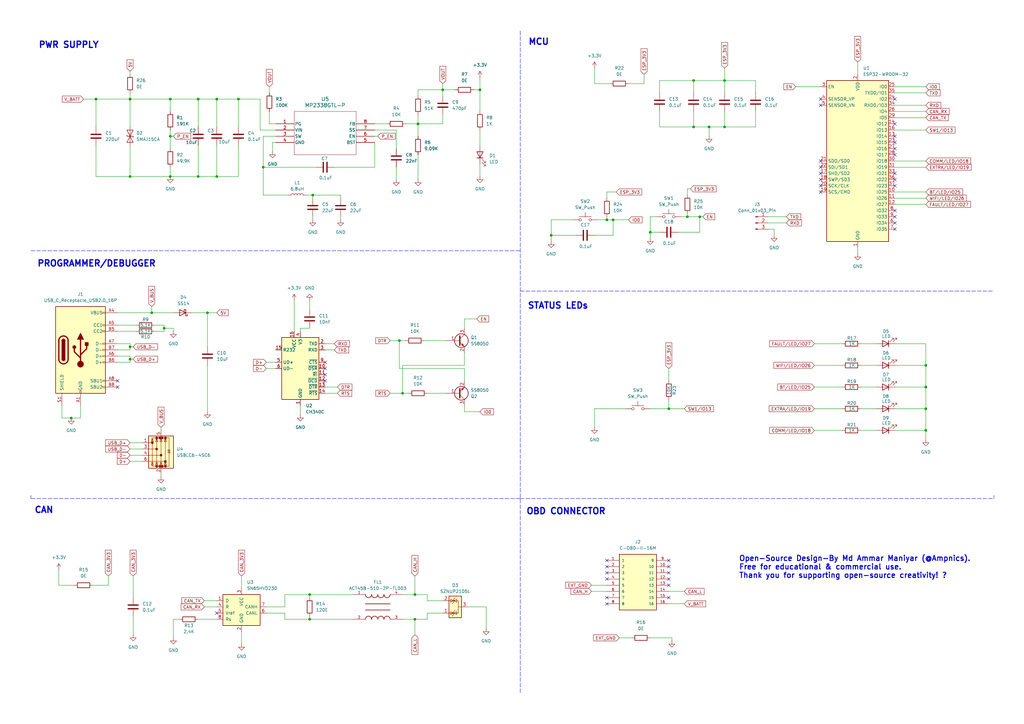
<source format=kicad_sch>
(kicad_sch (version 20231120) (generator "eeschema") (generator_version "8.0")
  (paper "A3")
  (title_block (title "CAN to WiFi Converter (Dongle)") (date "2025-02-22") (rev "0.1") (company "Ampnics") (comment 1 "Design By - Md Ammar Maniyar"))
  (lib_symbols
    (symbol "ACT45B-510-2P-TL003:ACT45B-510-2P-TL003" (pin_names (offset 1.016))
      (property "Reference" "FL" (at -5.08 6.35 0))
      (property "Value" "ACT45B-510-2P-TL003" (at -5.08 -6.35 0))
      (symbol "ACT45B-510-2P-TL003_0_0"
        (pin passive line (at -10.16 5.08 0) (length 5.08) (name "~") (number "1"))
        (pin passive line (at -10.16 -5.08 0) (length 5.08) (name "~") (number "2"))
        (pin passive line (at 10.16 -5.08 180) (length 5.08) (name "~") (number "3"))
        (pin passive line (at 10.16 5.08 180) (length 5.08) (name "~") (number "4"))
      )
    )
    (symbol "C-OBD-II-16M:C-OBD-II-16M" (pin_names (offset 1.016))
      (property "Reference" "J" (at -7.62 11.43 0))
      (property "Value" "C-OBD-II-16M" (at -7.62 -13.97 0))
      (symbol "C-OBD-II-16M_0_0"
        (pin passive line (at -12.7 7.62 0) (length 5.08) (name "1") (number "1"))
        (pin passive line (at 12.7 5.08 180) (length 5.08) (name "10") (number "10"))
        (pin passive line (at 12.7 2.54 180) (length 5.08) (name "11") (number "11"))
        (pin passive line (at 12.7 0 180) (length 5.08) (name "12") (number "12"))
        (pin passive line (at 12.7 -2.54 180) (length 5.08) (name "13") (number "13"))
        (pin passive line (at 12.7 -5.08 180) (length 5.08) (name "14") (number "14"))
        (pin passive line (at 12.7 -7.62 180) (length 5.08) (name "15") (number "15"))
        (pin passive line (at 12.7 -10.16 180) (length 5.08) (name "16") (number "16"))
        (pin passive line (at -12.7 5.08 0) (length 5.08) (name "2") (number "2"))
        (pin passive line (at -12.7 2.54 0) (length 5.08) (name "3") (number "3"))
        (pin passive line (at -12.7 0 0) (length 5.08) (name "4") (number "4"))
        (pin passive line (at -12.7 -2.54 0) (length 5.08) (name "5") (number "5"))
        (pin passive line (at -12.7 -5.08 0) (length 5.08) (name "6") (number "6"))
        (pin passive line (at -12.7 -7.62 0) (length 5.08) (name "7") (number "7"))
        (pin passive line (at -12.7 -10.16 0) (length 5.08) (name "8") (number "8"))
        (pin passive line (at 12.7 7.62 180) (length 5.08) (name "9") (number "9"))
      )
    )
    (symbol "Connector:Conn_01x03_Pin" (pin_names (offset 1.016) hide)
      (property "Reference" "J" (at 0 5.08 0))
      (property "Value" "Conn_01x03_Pin" (at 0 -5.08 0))
      (symbol "Conn_01x03_Pin_1_1"
        (pin passive line (at 5.08 2.54 180) (length 3.81) (name "Pin_1") (number "1"))
        (pin passive line (at 5.08 0 180) (length 3.81) (name "Pin_2") (number "2"))
        (pin passive line (at 5.08 -2.54 180) (length 3.81) (name "Pin_3") (number "3"))
      )
    )
    (symbol "Connector:USB_C_Receptacle_USB2.0_16P" (pin_names (offset 1.016))
      (property "Reference" "J" (at 0 22.225 0))
      (property "Value" "USB_C_Receptacle_USB2.0_16P" (at 0 19.685 0))
      (symbol "USB_C_Receptacle_USB2.0_16P_1_1"
        (pin passive line (at 0 -22.86 90) (length 5.08) (name "GND") (number "A1"))
        (pin passive line (at 0 -22.86 90) (length 5.08) hide (name "GND") (number "A12"))
        (pin passive line (at 15.24 15.24 180) (length 5.08) (name "VBUS") (number "A4"))
        (pin bidirectional line (at 15.24 10.16 180) (length 5.08) (name "CC1") (number "A5"))
        (pin bidirectional line (at 15.24 -2.54 180) (length 5.08) (name "D+") (number "A6"))
        (pin bidirectional line (at 15.24 2.54 180) (length 5.08) (name "D-") (number "A7"))
        (pin bidirectional line (at 15.24 -12.7 180) (length 5.08) (name "SBU1") (number "A8"))
        (pin passive line (at 15.24 15.24 180) (length 5.08) hide (name "VBUS") (number "A9"))
        (pin passive line (at 0 -22.86 90) (length 5.08) hide (name "GND") (number "B1"))
        (pin passive line (at 0 -22.86 90) (length 5.08) hide (name "GND") (number "B12"))
        (pin passive line (at 15.24 15.24 180) (length 5.08) hide (name "VBUS") (number "B4"))
        (pin bidirectional line (at 15.24 7.62 180) (length 5.08) (name "CC2") (number "B5"))
        (pin bidirectional line (at 15.24 -5.08 180) (length 5.08) (name "D+") (number "B6"))
        (pin bidirectional line (at 15.24 0 180) (length 5.08) (name "D-") (number "B7"))
        (pin bidirectional line (at 15.24 -15.24 180) (length 5.08) (name "SBU2") (number "B8"))
        (pin passive line (at 15.24 15.24 180) (length 5.08) hide (name "VBUS") (number "B9"))
        (pin passive line (at -7.62 -22.86 90) (length 5.08) (name "SHIELD") (number "S1"))
      )
    )
    (symbol "Device:C" (pin_numbers hide) (pin_names (offset 0.254))
      (property "Reference" "C" (at 0.635 2.54 0))
      (property "Value" "C" (at 0.635 -2.54 0))
      (symbol "C_1_1"
        (pin passive line (at 0 3.81 270) (length 2.794) (name "~") (number "1"))
        (pin passive line (at 0 -3.81 90) (length 2.794) (name "~") (number "2"))
      )
    )
    (symbol "Device:L" (pin_numbers hide) (pin_names (offset 1.016) hide)
      (property "Reference" "L" (at -1.27 0 90))
      (property "Value" "L" (at 1.905 0 90))
      (symbol "L_1_1"
        (pin passive line (at 0 3.81 270) (length 1.27) (name "1") (number "1"))
        (pin passive line (at 0 -3.81 90) (length 1.27) (name "2") (number "2"))
      )
    )
    (symbol "Device:LED" (pin_numbers hide) (pin_names (offset 1.016) hide)
      (property "Reference" "D" (at 0 2.54 0))
      (property "Value" "LED" (at 0 -2.54 0))
      (symbol "LED_1_1"
        (pin passive line (at -3.81 0 0) (length 2.54) (name "K") (number "1"))
        (pin passive line (at 3.81 0 180) (length 2.54) (name "A") (number "2"))
      )
    )
    (symbol "Device:R" (pin_numbers hide) (pin_names (offset 0))
      (property "Reference" "R" (at 2.032 0 90))
      (property "Value" "R" (at 0 0 90))
      (symbol "R_1_1"
        (pin passive line (at 0 3.81 270) (length 1.27) (name "~") (number "1"))
        (pin passive line (at 0 -3.81 90) (length 1.27) (name "~") (number "2"))
      )
    )
    (symbol "Diode:SMAJ15CA" (pin_numbers hide) (pin_names (offset 1.016) hide)
      (property "Reference" "D" (at 0 2.54 0))
      (property "Value" "SMAJ15CA" (at 0 -2.54 0))
      (symbol "SMAJ15CA_1_1"
        (pin passive line (at -3.81 0 0) (length 2.54) (name "A1") (number "1"))
        (pin passive line (at 3.81 0 180) (length 2.54) (name "A2") (number "2"))
      )
    )
    (symbol "Diode:SS14" (pin_numbers hide) (pin_names (offset 1.016) hide)
      (property "Reference" "D" (at 0 2.54 0))
      (property "Value" "SS14" (at 0 -2.54 0))
      (symbol "SS14_1_1"
        (pin passive line (at -3.81 0 0) (length 2.54) (name "K") (number "1"))
        (pin passive line (at 3.81 0 180) (length 2.54) (name "A") (number "2"))
      )
    )
    (symbol "Interface_CAN_LIN:SN65HVD230" (pin_names (offset 1.016))
      (property "Reference" "U" (at -2.54 10.16 0))
      (property "Value" "SN65HVD230" (at -2.54 7.62 0))
      (symbol "SN65HVD230_1_1"
        (pin input line (at -10.16 2.54 0) (length 2.54) (name "D") (number "1"))
        (pin power_in line (at 0 -10.16 90) (length 2.54) (name "GND") (number "2"))
        (pin power_in line (at 0 7.62 270) (length 2.54) (name "VCC") (number "3"))
        (pin output line (at -10.16 0 0) (length 2.54) (name "R") (number "4"))
        (pin output line (at -10.16 -2.54 0) (length 2.54) (name "Vref") (number "5"))
        (pin bidirectional line (at 10.16 -2.54 180) (length 2.54) (name "CANL") (number "6"))
        (pin bidirectional line (at 10.16 0 180) (length 2.54) (name "CANH") (number "7"))
        (pin input line (at -10.16 -5.08 0) (length 2.54) (name "Rs") (number "8"))
      )
    )
    (symbol "Interface_USB:CH340C"
      (property "Reference" "U" (at -5.08 13.97 0))
      (property "Value" "CH340C" (at 1.27 13.97 0))
      (symbol "CH340C_1_1"
        (pin power_in line (at 0 -15.24 90) (length 2.54) (name "GND") (number "1"))
        (pin input line (at 10.16 0 180) (length 2.54) (name "~{DSR}") (number "10"))
        (pin input line (at 10.16 -2.54 180) (length 2.54) (name "~{RI}") (number "11"))
        (pin input line (at 10.16 -5.08 180) (length 2.54) (name "~{DCD}") (number "12"))
        (pin output line (at 10.16 -7.62 180) (length 2.54) (name "~{DTR}") (number "13"))
        (pin output line (at 10.16 -10.16 180) (length 2.54) (name "~{RTS}") (number "14"))
        (pin input line (at -10.16 7.62 0) (length 2.54) (name "R232") (number "15"))
        (pin power_in line (at -2.54 15.24 270) (length 2.54) (name "VCC") (number "16"))
        (pin output line (at 10.16 10.16 180) (length 2.54) (name "TXD") (number "2"))
        (pin input line (at 10.16 7.62 180) (length 2.54) (name "RXD") (number "3"))
        (pin power_out line (at 0 15.24 270) (length 2.54) (name "V3") (number "4"))
        (pin bidirectional line (at -10.16 2.54 0) (length 2.54) (name "UD+") (number "5"))
        (pin bidirectional line (at -10.16 0 0) (length 2.54) (name "UD-") (number "6"))
        (pin no_connect line (at -7.62 -5.08 0) (length 2.54) hide (name "NC") (number "7"))
        (pin no_connect line (at -7.62 -7.62 0) (length 2.54) hide (name "NC") (number "8"))
        (pin input line (at 10.16 2.54 180) (length 2.54) (name "~{CTS}") (number "9"))
      )
    )
    (symbol "MP2338_MNP:MP2338GTL-P" (pin_names (offset 0.254))
      (property "Reference" "U" (at 20.32 10.16 0))
      (property "Value" "MP2338GTL-P" (at 20.32 7.62 0))
      (symbol "MP2338GTL-P_0_1"
        (pin output line (at 0 0 0) (length 7.62) (name "PG") (number "1"))
        (pin power_in line (at 0 -2.54 0) (length 7.62) (name "VIN") (number "2"))
        (pin output line (at 0 -5.08 0) (length 7.62) (name "SW") (number "3"))
        (pin power_in line (at 0 -7.62 0) (length 7.62) (name "GND") (number "4"))
        (pin power_in line (at 40.64 -7.62 180) (length 7.62) (name "BST") (number "5"))
        (pin input line (at 40.64 -5.08 180) (length 7.62) (name "EN") (number "6"))
        (pin unspecified line (at 40.64 -2.54 180) (length 7.62) (name "SS") (number "7"))
        (pin output line (at 40.64 0 180) (length 7.62) (name "FB") (number "8"))
      )
    )
    (symbol "Power_Protection:SZNUP2105L" (pin_names hide)
      (property "Reference" "D" (at 5.715 2.54 0))
      (property "Value" "SZNUP2105L" (at 5.715 0.635 0))
      (symbol "SZNUP2105L_0_0"
        (pin passive line (at 0 -5.08 90) (length 2.54) (name "A") (number "3"))
      )
      (symbol "SZNUP2105L_1_1"
        (pin passive line (at -2.54 5.08 270) (length 2.54) (name "K") (number "1"))
        (pin passive line (at 2.54 5.08 270) (length 2.54) (name "K") (number "2"))
      )
    )
    (symbol "Power_Protection:USBLC6-4SC6" (pin_names hide)
      (property "Reference" "U" (at 1.27 9.525 0))
      (property "Value" "USBLC6-4SC6" (at 1.27 6.985 0))
      (symbol "USBLC6-4SC6_1_1"
        (pin passive line (at -7.62 2.54 0) (length 2.54) (name "I/O1") (number "1"))
        (pin passive line (at 0 -10.16 90) (length 2.54) (name "GND") (number "2"))
        (pin passive line (at -7.62 0 0) (length 2.54) (name "I/O2") (number "3"))
        (pin passive line (at -7.62 -2.54 0) (length 2.54) (name "I/O3") (number "4"))
        (pin passive line (at 0 7.62 270) (length 2.54) (name "VBUS") (number "5"))
        (pin passive line (at -7.62 -5.08 0) (length 2.54) (name "I/O4") (number "6"))
      )
    )
    (symbol "RF_Module:ESP32-WROOM-32"
      (property "Reference" "U" (at -12.7 34.29 0))
      (property "Value" "ESP32-WROOM-32" (at 1.27 34.29 0))
      (symbol "ESP32-WROOM-32_1_1"
        (pin power_in line (at 0 -35.56 90) (length 2.54) (name "GND") (number "1"))
        (pin bidirectional line (at 15.24 -12.7 180) (length 2.54) (name "IO25") (number "10"))
        (pin bidirectional line (at 15.24 -15.24 180) (length 2.54) (name "IO26") (number "11"))
        (pin bidirectional line (at 15.24 -17.78 180) (length 2.54) (name "IO27") (number "12"))
        (pin bidirectional line (at 15.24 10.16 180) (length 2.54) (name "IO14") (number "13"))
        (pin bidirectional line (at 15.24 15.24 180) (length 2.54) (name "IO12") (number "14"))
        (pin passive line (at 0 -35.56 90) (length 2.54) hide (name "GND") (number "15"))
        (pin bidirectional line (at 15.24 12.7 180) (length 2.54) (name "IO13") (number "16"))
        (pin bidirectional line (at -15.24 -5.08 0) (length 2.54) (name "SHD/SD2") (number "17"))
        (pin bidirectional line (at -15.24 -7.62 0) (length 2.54) (name "SWP/SD3") (number "18"))
        (pin bidirectional line (at -15.24 -12.7 0) (length 2.54) (name "SCS/CMD") (number "19"))
        (pin power_in line (at 0 35.56 270) (length 2.54) (name "VDD") (number "2"))
        (pin bidirectional line (at -15.24 -10.16 0) (length 2.54) (name "SCK/CLK") (number "20"))
        (pin bidirectional line (at -15.24 0 0) (length 2.54) (name "SDO/SD0") (number "21"))
        (pin bidirectional line (at -15.24 -2.54 0) (length 2.54) (name "SDI/SD1") (number "22"))
        (pin bidirectional line (at 15.24 7.62 180) (length 2.54) (name "IO15") (number "23"))
        (pin bidirectional line (at 15.24 25.4 180) (length 2.54) (name "IO2") (number "24"))
        (pin bidirectional line (at 15.24 30.48 180) (length 2.54) (name "IO0") (number "25"))
        (pin bidirectional line (at 15.24 20.32 180) (length 2.54) (name "IO4") (number "26"))
        (pin bidirectional line (at 15.24 5.08 180) (length 2.54) (name "IO16") (number "27"))
        (pin bidirectional line (at 15.24 2.54 180) (length 2.54) (name "IO17") (number "28"))
        (pin bidirectional line (at 15.24 17.78 180) (length 2.54) (name "IO5") (number "29"))
        (pin input line (at -15.24 30.48 0) (length 2.54) (name "EN") (number "3"))
        (pin bidirectional line (at 15.24 0 180) (length 2.54) (name "IO18") (number "30"))
        (pin bidirectional line (at 15.24 -2.54 180) (length 2.54) (name "IO19") (number "31"))
        (pin no_connect line (at -12.7 -27.94 0) (length 2.54) hide (name "NC") (number "32"))
        (pin bidirectional line (at 15.24 -5.08 180) (length 2.54) (name "IO21") (number "33"))
        (pin bidirectional line (at 15.24 22.86 180) (length 2.54) (name "RXD0/IO3") (number "34"))
        (pin bidirectional line (at 15.24 27.94 180) (length 2.54) (name "TXD0/IO1") (number "35"))
        (pin bidirectional line (at 15.24 -7.62 180) (length 2.54) (name "IO22") (number "36"))
        (pin bidirectional line (at 15.24 -10.16 180) (length 2.54) (name "IO23") (number "37"))
        (pin passive line (at 0 -35.56 90) (length 2.54) hide (name "GND") (number "38"))
        (pin passive line (at 0 -35.56 90) (length 2.54) hide (name "GND") (number "39"))
        (pin input line (at -15.24 25.4 0) (length 2.54) (name "SENSOR_VP") (number "4"))
        (pin input line (at -15.24 22.86 0) (length 2.54) (name "SENSOR_VN") (number "5"))
        (pin input line (at 15.24 -25.4 180) (length 2.54) (name "IO34") (number "6"))
        (pin input line (at 15.24 -27.94 180) (length 2.54) (name "IO35") (number "7"))
        (pin bidirectional line (at 15.24 -20.32 180) (length 2.54) (name "IO32") (number "8"))
        (pin bidirectional line (at 15.24 -22.86 180) (length 2.54) (name "IO33") (number "9"))
      )
    )
    (symbol "Switch:SW_Push" (pin_numbers hide) (pin_names (offset 1.016) hide)
      (property "Reference" "SW" (at 1.27 2.54 0))
      (property "Value" "SW_Push" (at 0 -1.524 0))
      (symbol "SW_Push_0_1"
        (pin passive line (at -5.08 0 0) (length 2.54) (name "1") (number "1"))
        (pin passive line (at 5.08 0 180) (length 2.54) (name "2") (number "2"))
      )
    )
    (symbol "Transistor_BJT:SS8050" (pin_names (offset 0) hide)
      (property "Reference" "Q" (at 5.08 1.905 0))
      (property "Value" "SS8050" (at 5.08 0 0))
      (symbol "SS8050_1_1"
        (pin input line (at -5.08 0 0) (length 5.715) (name "B") (number "1"))
        (pin passive line (at 2.54 -5.08 90) (length 2.54) (name "E") (number "2"))
        (pin passive line (at 2.54 5.08 270) (length 2.54) (name "C") (number "3"))
      )
    )
    (symbol "power:+3.3V" (power) (pin_numbers hide) (pin_names (offset 0) hide)
      (property "Value" "+3.3V" (at 0 3.556 0))
      (symbol "+3.3V_1_1"
        (pin power_in line (at 0 0 90) (length 0) (name "~") (number "1"))
      )
    )
    (symbol "power:GND" (power) (pin_numbers hide) (pin_names (offset 0) hide)
      (property "Value" "GND" (at 0 -3.81 0))
      (symbol "GND_1_1"
        (pin power_in line (at 0 0 270) (length 0) (name "~") (number "1"))
      )
    )
  )
  (junction (at 88.9 72.39))
  (junction (at 69.85 55.88))
  (junction (at 170.18 243.84))
  (junction (at 53.34 147.32))
  (junction (at 88.9 40.64))
  (junction (at 69.85 72.39))
  (junction (at 297.18 33.02))
  (junction (at 251.46 90.17))
  (junction (at 69.85 40.64))
  (junction (at 196.85 36.83))
  (junction (at 81.28 40.64))
  (junction (at 67.31 134.62))
  (junction (at 297.18 52.07))
  (junction (at 165.1 161.29))
  (junction (at 281.94 88.9))
  (junction (at 379.73 167.64))
  (junction (at 53.34 142.24))
  (junction (at 284.48 52.07))
  (junction (at 128.27 80.01))
  (junction (at 284.48 33.02))
  (junction (at 39.37 40.64))
  (junction (at 181.61 36.83))
  (junction (at 226.06 96.52))
  (junction (at 171.45 50.8))
  (junction (at 97.79 40.64))
  (junction (at 274.32 167.64))
  (junction (at 62.23 128.27))
  (junction (at 290.83 52.07))
  (junction (at 163.83 139.7))
  (junction (at 379.73 176.53))
  (junction (at 248.92 90.17))
  (junction (at 287.02 88.9))
  (junction (at 85.09 128.27))
  (junction (at 29.21 171.45))
  (junction (at 53.34 40.64))
  (junction (at 127 243.84))
  (junction (at 81.28 72.39))
  (junction (at 379.73 158.75))
  (junction (at 107.95 68.58))
  (junction (at 379.73 149.86))
  (junction (at 170.18 254))
  (junction (at 127 254))
  (junction (at 266.7 95.25))
  (junction (at 53.34 72.39))
  (no_connect (at 48.26 158.75))
  (no_connect (at 248.92 234.95))
  (no_connect (at 274.32 245.11))
  (no_connect (at 133.35 148.59))
  (no_connect (at 336.55 76.2))
  (no_connect (at 367.03 71.12))
  (no_connect (at 274.32 229.87))
  (no_connect (at 248.92 229.87))
  (no_connect (at 133.35 156.21))
  (no_connect (at 367.03 63.5))
  (no_connect (at 248.92 232.41))
  (no_connect (at 248.92 237.49))
  (no_connect (at 367.03 91.44))
  (no_connect (at 274.32 234.95))
  (no_connect (at 274.32 237.49))
  (no_connect (at 336.55 40.64))
  (no_connect (at 336.55 73.66))
  (no_connect (at 133.35 153.67))
  (no_connect (at 336.55 78.74))
  (no_connect (at 48.26 156.21))
  (no_connect (at 274.32 240.03))
  (no_connect (at 336.55 71.12))
  (no_connect (at 133.35 151.13))
  (no_connect (at 367.03 50.8))
  (no_connect (at 367.03 55.88))
  (no_connect (at 367.03 60.96))
  (no_connect (at 367.03 76.2))
  (no_connect (at 248.92 247.65))
  (no_connect (at 367.03 86.36))
  (no_connect (at 274.32 232.41))
  (no_connect (at 336.55 66.04))
  (no_connect (at 248.92 245.11))
  (no_connect (at 336.55 68.58))
  (no_connect (at 367.03 58.42))
  (no_connect (at 367.03 88.9))
  (no_connect (at 88.9 251.46))
  (no_connect (at 367.03 93.98))
  (no_connect (at 367.03 73.66))
  (no_connect (at 367.03 40.64))
  (no_connect (at 336.55 43.18))
  (wire (pts (xy 116.84 243.84) (xy 127 243.84)))
  (wire (pts (xy 123.19 134.62) (xy 123.19 135.89)))
  (wire (pts (xy 181.61 34.29) (xy 181.61 36.83)))
  (wire (pts (xy 190.5 134.62) (xy 190.5 130.81)))
  (wire (pts (xy 242.57 242.57) (xy 248.92 242.57)))
  (wire (pts (xy 71.12 135.89) (xy 71.12 134.62)))
  (wire (pts (xy 270.51 33.02) (xy 284.48 33.02)))
  (wire (pts (xy 71.12 134.62) (xy 67.31 134.62)))
  (wire (pts (xy 53.34 29.21) (xy 53.34 30.48)))
  (wire (pts (xy 71.12 261.62) (xy 71.12 254)))
  (wire (pts (xy 162.56 68.58) (xy 162.56 73.66)))
  (wire (pts (xy 270.51 45.72) (xy 270.51 52.07)))
  (wire (pts (xy 48.26 146.05) (xy 53.34 146.05)))
  (wire (pts (xy 53.34 72.39) (xy 53.34 59.69)))
  (wire (pts (xy 48.26 135.89) (xy 55.88 135.89)))
  (wire (pts (xy 264.16 30.48) (xy 264.16 34.29)))
  (wire (pts (xy 190.5 151.13) (xy 163.83 151.13)))
  (wire (pts (xy 248.92 78.74) (xy 252.73 78.74)))
  (wire (pts (xy 39.37 59.69) (xy 39.37 72.39)))
  (wire (pts (xy 353.06 140.97) (xy 359.41 140.97)))
  (wire (pts (xy 270.51 52.07) (xy 284.48 52.07)))
  (wire (pts (xy 367.03 176.53) (xy 379.73 176.53)))
  (wire (pts (xy 379.73 140.97) (xy 379.73 149.86)))
  (wire (pts (xy 190.5 130.81) (xy 195.58 130.81)))
  (wire (pts (xy 106.68 53.34) (xy 106.68 40.64)))
  (wire (pts (xy 81.28 40.64) (xy 88.9 40.64)))
  (wire (pts (xy 297.18 45.72) (xy 297.18 52.07)))
  (wire (pts (xy 379.73 167.64) (xy 379.73 176.53)))
  (wire (pts (xy 334.01 176.53) (xy 345.44 176.53)))
  (wire (pts (xy 24.13 240.03) (xy 30.48 240.03)))
  (wire (pts (xy 251.46 90.17) (xy 257.81 90.17)))
  (wire (pts (xy 153.67 50.8) (xy 158.75 50.8)))
  (wire (pts (xy 165.1 149.86) (xy 165.1 161.29)))
  (wire (pts (xy 367.03 48.26) (xy 379.73 48.26)))
  (wire (pts (xy 170.18 254) (xy 165.1 254)))
  (wire (pts (xy 24.13 233.68) (xy 24.13 240.03)))
  (wire (pts (xy 367.03 81.28) (xy 379.73 81.28)))
  (wire (pts (xy 314.96 91.44) (xy 322.58 91.44)))
  (wire (pts (xy 190.5 156.21) (xy 190.5 151.13)))
  (wire (pts (xy 71.12 128.27) (xy 62.23 128.27)))
  (wire (pts (xy 367.03 43.18) (xy 379.73 43.18)))
  (wire (pts (xy 69.85 68.58) (xy 69.85 72.39)))
  (wire (pts (xy 314.96 88.9) (xy 322.58 88.9)))
  (wire (pts (xy 120.65 123.19) (xy 120.65 135.89)))
  (wire (pts (xy 274.32 247.65) (xy 280.67 247.65)))
  (wire (pts (xy 196.85 45.72) (xy 196.85 36.83)))
  (wire (pts (xy 127 252.73) (xy 127 254)))
  (wire (pts (xy 190.5 168.91) (xy 196.85 168.91)))
  (wire (pts (xy 113.03 55.88) (xy 107.95 55.88)))
  (wire (pts (xy 116.84 248.92) (xy 116.84 243.84)))
  (wire (pts (xy 251.46 96.52) (xy 251.46 90.17)))
  (wire (pts (xy 113.03 50.8) (xy 110.49 50.8)))
  (wire (pts (xy 281.94 80.01) (xy 281.94 77.47)))
  (wire (pts (xy 34.29 40.64) (xy 39.37 40.64)))
  (wire (pts (xy 110.49 50.8) (xy 110.49 45.72)))
  (wire (pts (xy 128.27 88.9) (xy 128.27 90.17)))
  (wire (pts (xy 53.34 142.24) (xy 53.34 143.51)))
  (wire (pts (xy 109.22 251.46) (xy 116.84 251.46)))
  (wire (pts (xy 66.04 175.26) (xy 66.04 176.53)))
  (wire (pts (xy 153.67 53.34) (xy 162.56 53.34)))
  (wire (pts (xy 243.84 27.94) (xy 243.84 34.29)))
  (wire (pts (xy 127 243.84) (xy 144.78 243.84)))
  (wire (pts (xy 107.95 55.88) (xy 107.95 68.58)))
  (wire (pts (xy 367.03 167.64) (xy 379.73 167.64)))
  (wire (pts (xy 69.85 55.88) (xy 69.85 60.96)))
  (wire (pts (xy 48.26 140.97) (xy 53.34 140.97)))
  (wire (pts (xy 367.03 78.74) (xy 379.73 78.74)))
  (wire (pts (xy 107.95 80.01) (xy 118.11 80.01)))
  (wire (pts (xy 88.9 72.39) (xy 97.79 72.39)))
  (wire (pts (xy 128.27 80.01) (xy 125.73 80.01)))
  (wire (pts (xy 274.32 242.57) (xy 280.67 242.57)))
  (wire (pts (xy 284.48 45.72) (xy 284.48 52.07)))
  (wire (pts (xy 44.45 236.22) (xy 44.45 240.03)))
  (wire (pts (xy 127 245.11) (xy 127 243.84)))
  (wire (pts (xy 67.31 134.62) (xy 67.31 135.89)))
  (wire (pts (xy 290.83 55.88) (xy 290.83 52.07)))
  (wire (pts (xy 53.34 38.1) (xy 53.34 40.64)))
  (wire (pts (xy 353.06 149.86) (xy 359.41 149.86)))
  (wire (pts (xy 85.09 142.24) (xy 85.09 128.27)))
  (wire (pts (xy 287.02 88.9) (xy 288.29 88.9)))
  (wire (pts (xy 334.01 167.64) (xy 345.44 167.64)))
  (wire (pts (xy 297.18 33.02) (xy 309.88 33.02)))
  (wire (pts (xy 181.61 50.8) (xy 171.45 50.8)))
  (wire (pts (xy 334.01 149.86) (xy 345.44 149.86)))
  (wire (pts (xy 33.02 171.45) (xy 33.02 166.37)))
  (wire (pts (xy 171.45 63.5) (xy 171.45 73.66)))
  (wire (pts (xy 353.06 158.75) (xy 359.41 158.75)))
  (wire (pts (xy 367.03 53.34) (xy 379.73 53.34)))
  (wire (pts (xy 133.35 158.75) (xy 138.43 158.75)))
  (wire (pts (xy 256.54 167.64) (xy 243.84 167.64)))
  (wire (pts (xy 351.79 25.4) (xy 351.79 30.48)))
  (wire (pts (xy 194.31 36.83) (xy 196.85 36.83)))
  (wire (pts (xy 97.79 59.69) (xy 97.79 72.39)))
  (wire (pts (xy 317.5 93.98) (xy 314.96 93.98)))
  (wire (pts (xy 278.13 95.25) (xy 287.02 95.25)))
  (wire (pts (xy 99.06 236.22) (xy 99.06 241.3)))
  (wire (pts (xy 309.88 52.07) (xy 309.88 45.72)))
  (wire (pts (xy 39.37 52.07) (xy 39.37 40.64)))
  (wire (pts (xy 290.83 52.07) (xy 297.18 52.07)))
  (wire (pts (xy 281.94 88.9) (xy 279.4 88.9)))
  (wire (pts (xy 334.01 158.75) (xy 345.44 158.75)))
  (wire (pts (xy 190.5 144.78) (xy 190.5 149.86)))
  (wire (pts (xy 297.18 27.94) (xy 297.18 33.02)))
  (wire (pts (xy 109.22 148.59) (xy 113.03 148.59)))
  (wire (pts (xy 287.02 88.9) (xy 281.94 88.9)))
  (wire (pts (xy 116.84 251.46) (xy 116.84 254)))
  (wire (pts (xy 29.21 171.45) (xy 33.02 171.45)))
  (wire (pts (xy 264.16 34.29) (xy 257.81 34.29)))
  (wire (pts (xy 281.94 77.47) (xy 283.21 77.47)))
  (wire (pts (xy 196.85 67.31) (xy 196.85 72.39)))
  (polyline (pts (xy 213.36 12.7) (xy 213.36 284.48)) (stroke (width 0) (type dash)))
  (wire (pts (xy 71.12 254) (xy 73.66 254)))
  (wire (pts (xy 170.18 243.84) (xy 165.1 243.84)))
  (wire (pts (xy 226.06 99.06) (xy 226.06 96.52)))
  (wire (pts (xy 353.06 167.64) (xy 359.41 167.64)))
  (wire (pts (xy 88.9 52.07) (xy 88.9 40.64)))
  (wire (pts (xy 71.12 55.88) (xy 69.85 55.88)))
  (wire (pts (xy 63.5 133.35) (xy 67.31 133.35)))
  (wire (pts (xy 53.34 186.69) (xy 58.42 186.69)))
  (wire (pts (xy 53.34 146.05) (xy 53.34 147.32)))
  (wire (pts (xy 199.39 248.92) (xy 191.77 248.92)))
  (wire (pts (xy 275.59 261.62) (xy 266.7 261.62)))
  (wire (pts (xy 297.18 52.07) (xy 309.88 52.07)))
  (wire (pts (xy 334.01 140.97) (xy 345.44 140.97)))
  (wire (pts (xy 175.26 246.38) (xy 175.26 243.84)))
  (wire (pts (xy 153.67 58.42) (xy 153.67 68.58)))
  (wire (pts (xy 248.92 90.17) (xy 245.11 90.17)))
  (wire (pts (xy 190.5 149.86) (xy 165.1 149.86)))
  (wire (pts (xy 181.61 36.83) (xy 186.69 36.83)))
  (wire (pts (xy 39.37 40.64) (xy 53.34 40.64)))
  (wire (pts (xy 44.45 240.03) (xy 38.1 240.03)))
  (wire (pts (xy 326.39 35.56) (xy 336.55 35.56)))
  (wire (pts (xy 173.99 139.7) (xy 182.88 139.7)))
  (wire (pts (xy 69.85 40.64) (xy 69.85 45.72)))
  (wire (pts (xy 113.03 58.42) (xy 111.76 58.42)))
  (wire (pts (xy 107.95 68.58) (xy 107.95 80.01)))
  (wire (pts (xy 367.03 158.75) (xy 379.73 158.75)))
  (wire (pts (xy 139.7 80.01) (xy 128.27 80.01)))
  (wire (pts (xy 165.1 161.29) (xy 167.64 161.29)))
  (wire (pts (xy 175.26 243.84) (xy 170.18 243.84)))
  (wire (pts (xy 127 123.19) (xy 127 127)))
  (polyline (pts (xy 407.67 203.2) (xy 407.67 204.47)) (stroke (width 0) (type dash)))
  (wire (pts (xy 54.61 236.22) (xy 54.61 245.11)))
  (wire (pts (xy 88.9 72.39) (xy 81.28 72.39)))
  (wire (pts (xy 367.03 66.04) (xy 379.73 66.04)))
  (wire (pts (xy 53.34 189.23) (xy 58.42 189.23)))
  (wire (pts (xy 367.03 35.56) (xy 379.73 35.56)))
  (wire (pts (xy 97.79 52.07) (xy 97.79 40.64)))
  (wire (pts (xy 266.7 97.79) (xy 266.7 95.25)))
  (wire (pts (xy 266.7 95.25) (xy 270.51 95.25)))
  (wire (pts (xy 379.73 176.53) (xy 379.73 180.34)))
  (wire (pts (xy 83.82 246.38) (xy 88.9 246.38)))
  (wire (pts (xy 110.49 35.56) (xy 110.49 38.1)))
  (wire (pts (xy 175.26 254) (xy 170.18 254)))
  (polyline (pts (xy 213.36 204.47) (xy 407.67 204.47)) (stroke (width 0) (type dash)))
  (wire (pts (xy 317.5 96.52) (xy 317.5 93.98)))
  (wire (pts (xy 53.34 143.51) (xy 48.26 143.51)))
  (wire (pts (xy 88.9 40.64) (xy 97.79 40.64)))
  (wire (pts (xy 175.26 161.29) (xy 182.88 161.29)))
  (wire (pts (xy 85.09 149.86) (xy 85.09 168.91)))
  (wire (pts (xy 163.83 139.7) (xy 166.37 139.7)))
  (wire (pts (xy 127 254) (xy 144.78 254)))
  (wire (pts (xy 48.26 133.35) (xy 55.88 133.35)))
  (wire (pts (xy 111.76 58.42) (xy 111.76 62.23)))
  (wire (pts (xy 181.61 246.38) (xy 175.26 246.38)))
  (wire (pts (xy 275.59 262.89) (xy 275.59 261.62)))
  (wire (pts (xy 284.48 33.02) (xy 284.48 38.1)))
  (wire (pts (xy 171.45 55.88) (xy 171.45 50.8)))
  (wire (pts (xy 379.73 149.86) (xy 379.73 158.75)))
  (wire (pts (xy 127 134.62) (xy 123.19 134.62)))
  (wire (pts (xy 97.79 40.64) (xy 106.68 40.64)))
  (wire (pts (xy 53.34 184.15) (xy 58.42 184.15)))
  (wire (pts (xy 171.45 46.99) (xy 171.45 50.8)))
  (wire (pts (xy 163.83 151.13) (xy 163.83 139.7)))
  (wire (pts (xy 81.28 254) (xy 88.9 254)))
  (wire (pts (xy 129.54 68.58) (xy 107.95 68.58)))
  (wire (pts (xy 81.28 59.69) (xy 81.28 72.39)))
  (wire (pts (xy 62.23 125.73) (xy 62.23 128.27)))
  (wire (pts (xy 226.06 96.52) (xy 226.06 90.17)))
  (wire (pts (xy 113.03 53.34) (xy 106.68 53.34)))
  (wire (pts (xy 266.7 167.64) (xy 274.32 167.64)))
  (wire (pts (xy 109.22 151.13) (xy 113.03 151.13)))
  (polyline (pts (xy 12.7 102.87) (xy 213.36 102.87)) (stroke (width 0) (type dash)))
  (wire (pts (xy 39.37 72.39) (xy 53.34 72.39)))
  (wire (pts (xy 274.32 163.83) (xy 274.32 167.64)))
  (wire (pts (xy 53.34 147.32) (xy 54.61 147.32)))
  (wire (pts (xy 367.03 140.97) (xy 379.73 140.97)))
  (wire (pts (xy 160.02 161.29) (xy 165.1 161.29)))
  (wire (pts (xy 270.51 38.1) (xy 270.51 33.02)))
  (wire (pts (xy 248.92 81.28) (xy 248.92 78.74)))
  (wire (pts (xy 81.28 72.39) (xy 69.85 72.39)))
  (wire (pts (xy 248.92 90.17) (xy 251.46 90.17)))
  (wire (pts (xy 69.85 72.39) (xy 53.34 72.39)))
  (wire (pts (xy 69.85 53.34) (xy 69.85 55.88)))
  (wire (pts (xy 25.4 166.37) (xy 25.4 171.45)))
  (wire (pts (xy 274.32 167.64) (xy 280.67 167.64)))
  (wire (pts (xy 287.02 95.25) (xy 287.02 88.9)))
  (wire (pts (xy 274.32 151.13) (xy 274.32 156.21)))
  (wire (pts (xy 85.09 128.27) (xy 88.9 128.27)))
  (wire (pts (xy 181.61 46.99) (xy 181.61 50.8)))
  (wire (pts (xy 170.18 236.22) (xy 170.18 243.84)))
  (wire (pts (xy 226.06 90.17) (xy 234.95 90.17)))
  (wire (pts (xy 297.18 33.02) (xy 297.18 38.1)))
  (wire (pts (xy 243.84 167.64) (xy 243.84 175.26)))
  (wire (pts (xy 25.4 171.45) (xy 29.21 171.45)))
  (wire (pts (xy 53.34 181.61) (xy 58.42 181.61)))
  (wire (pts (xy 53.34 140.97) (xy 53.34 142.24)))
  (polyline (pts (xy 12.7 203.2) (xy 12.7 204.47)) (stroke (width 0) (type dash)))
  (wire (pts (xy 170.18 254) (xy 170.18 260.35)))
  (wire (pts (xy 367.03 68.58) (xy 379.73 68.58)))
  (wire (pts (xy 153.67 68.58) (xy 137.16 68.58)))
  (wire (pts (xy 181.61 39.37) (xy 181.61 36.83)))
  (wire (pts (xy 196.85 31.75) (xy 196.85 36.83)))
  (wire (pts (xy 309.88 33.02) (xy 309.88 38.1)))
  (wire (pts (xy 367.03 38.1) (xy 379.73 38.1)))
  (wire (pts (xy 243.84 96.52) (xy 251.46 96.52)))
  (wire (pts (xy 266.7 95.25) (xy 266.7 88.9)))
  (wire (pts (xy 69.85 40.64) (xy 81.28 40.64)))
  (wire (pts (xy 53.34 147.32) (xy 53.34 148.59)))
  (wire (pts (xy 133.35 140.97) (xy 137.16 140.97)))
  (wire (pts (xy 242.57 240.03) (xy 248.92 240.03)))
  (wire (pts (xy 83.82 248.92) (xy 88.9 248.92)))
  (wire (pts (xy 88.9 59.69) (xy 88.9 72.39)))
  (wire (pts (xy 284.48 33.02) (xy 297.18 33.02)))
  (wire (pts (xy 226.06 96.52) (xy 236.22 96.52)))
  (wire (pts (xy 190.5 166.37) (xy 190.5 168.91)))
  (wire (pts (xy 53.34 40.64) (xy 53.34 52.07)))
  (wire (pts (xy 81.28 52.07) (xy 81.28 40.64)))
  (wire (pts (xy 109.22 248.92) (xy 116.84 248.92)))
  (wire (pts (xy 53.34 40.64) (xy 69.85 40.64)))
  (wire (pts (xy 351.79 101.6) (xy 351.79 104.14)))
  (wire (pts (xy 353.06 176.53) (xy 359.41 176.53)))
  (wire (pts (xy 99.06 259.08) (xy 99.06 264.16)))
  (wire (pts (xy 67.31 133.35) (xy 67.31 134.62)))
  (wire (pts (xy 128.27 81.28) (xy 128.27 80.01)))
  (wire (pts (xy 181.61 251.46) (xy 175.26 251.46)))
  (wire (pts (xy 54.61 252.73) (xy 54.61 260.35)))
  (wire (pts (xy 284.48 52.07) (xy 290.83 52.07)))
  (wire (pts (xy 367.03 83.82) (xy 379.73 83.82)))
  (wire (pts (xy 367.03 45.72) (xy 379.73 45.72)))
  (wire (pts (xy 133.35 161.29) (xy 138.43 161.29)))
  (wire (pts (xy 162.56 60.96) (xy 162.56 53.34)))
  (wire (pts (xy 133.35 143.51) (xy 137.16 143.51)))
  (wire (pts (xy 367.03 149.86) (xy 379.73 149.86)))
  (wire (pts (xy 53.34 142.24) (xy 54.61 142.24)))
  (wire (pts (xy 196.85 53.34) (xy 196.85 59.69)))
  (wire (pts (xy 66.04 194.31) (xy 66.04 195.58)))
  (wire (pts (xy 254 261.62) (xy 259.08 261.62)))
  (wire (pts (xy 67.31 135.89) (xy 63.5 135.89)))
  (wire (pts (xy 379.73 158.75) (xy 379.73 167.64)))
  (wire (pts (xy 139.7 88.9) (xy 139.7 90.17)))
  (wire (pts (xy 281.94 87.63) (xy 281.94 88.9)))
  (wire (pts (xy 153.67 55.88) (xy 154.94 55.88)))
  (wire (pts (xy 85.09 128.27) (xy 78.74 128.27)))
  (wire (pts (xy 139.7 81.28) (xy 139.7 80.01)))
  (polyline (pts (xy 213.36 119.38) (xy 407.67 119.38)) (stroke (width 0) (type dash)))
  (wire (pts (xy 175.26 251.46) (xy 175.26 254)))
  (wire (pts (xy 171.45 36.83) (xy 171.45 39.37)))
  (wire (pts (xy 116.84 254) (xy 127 254)))
  (wire (pts (xy 62.23 128.27) (xy 48.26 128.27)))
  (wire (pts (xy 53.34 148.59) (xy 48.26 148.59)))
  (wire (pts (xy 160.02 139.7) (xy 163.83 139.7)))
  (wire (pts (xy 123.19 166.37) (xy 123.19 170.18)))
  (wire (pts (xy 199.39 257.81) (xy 199.39 248.92)))
  (polyline (pts (xy 213.36 204.47) (xy 12.7 204.47)) (stroke (width 0) (type dash)))
  (wire (pts (xy 266.7 88.9) (xy 269.24 88.9)))
  (wire (pts (xy 248.92 88.9) (xy 248.92 90.17)))
  (wire (pts (xy 181.61 36.83) (xy 171.45 36.83)))
  (wire (pts (xy 243.84 34.29) (xy 250.19 34.29)))
  (wire (pts (xy 171.45 50.8) (xy 166.37 50.8)))
  (text "MCU\n" (at 220.98 17.272 0) (effects (font (size 2.54 2.54) (thickness 0.508) (bold yes))))
  (text "STATUS LEDs\n" (at 228.854 125.476 0) (effects (font (size 2.54 2.54) (thickness 0.508) (bold yes))))
  (text "OBD CONNECTOR\n" (at 232.156 209.804 0) (effects (font (size 2.54 2.54) (thickness 0.508) (bold yes))))
  (text "CAN\n" (at 18.034 209.296 0) (effects (font (size 2.54 2.54) (thickness 0.508) (bold yes))))
  (text "Open-Source Design-By Md Ammar Maniyar (@Ampnics).\nFree for educational & commercial use.\nThank you for supporting open-source creativity! 🌟" (at 303.022 232.664 0) (effects (font (size 2.159 2.159) (thickness 0.381) (bold yes)) (justify left)))
  (text "PWR SUPPLY" (at 28.194 18.542 0) (effects (font (size 2.54 2.54) (thickness 0.508) (bold yes))))
  (text "PROGRAMMER/DEBUGGER" (at 39.624 108.204 0) (effects (font (size 2.54 2.54) (thickness 0.508) (bold yes))))
  (global_label "IO0" (shape input) (at 196.85 168.91 0) (property "Intersheetrefs" "${INTERSHEET_REFS}" (effects (hide yes))))
  (global_label "CAN_3V3" (shape input) (at 44.45 236.22 90) (property "Intersheetrefs" "${INTERSHEET_REFS}" (effects (hide yes))))
  (global_label "COMM{slash}LED{slash}IO18" (shape input) (at 334.01 176.53 180) (property "Intersheetrefs" "${INTERSHEET_REFS}" (effects (hide yes))))
  (global_label "BT{slash}LED{slash}IO25" (shape input) (at 379.73 78.74 0) (property "Intersheetrefs" "${INTERSHEET_REFS}" (effects (hide yes))))
  (global_label "ESP_3V3" (shape input) (at 351.79 25.4 90) (property "Intersheetrefs" "${INTERSHEET_REFS}" (effects (hide yes))))
  (global_label "EXT_GND" (shape input) (at 242.57 240.03 180) (property "Intersheetrefs" "${INTERSHEET_REFS}" (effects (hide yes))))
  (global_label "ESP_3V3" (shape input) (at 264.16 30.48 90) (property "Intersheetrefs" "${INTERSHEET_REFS}" (effects (hide yes))))
  (global_label "EN" (shape input) (at 288.29 88.9 0) (property "Intersheetrefs" "${INTERSHEET_REFS}" (effects (hide yes))))
  (global_label "CAN_L" (shape input) (at 170.18 260.35 270) (property "Intersheetrefs" "${INTERSHEET_REFS}" (effects (hide yes))))
  (global_label "ESP_3V3" (shape input) (at 297.18 27.94 90) (property "Intersheetrefs" "${INTERSHEET_REFS}" (effects (hide yes))))
  (global_label "CAN_3V3" (shape input) (at 99.06 236.22 90) (property "Intersheetrefs" "${INTERSHEET_REFS}" (effects (hide yes))))
  (global_label "V_BATT" (shape input) (at 280.67 247.65 0) (property "Intersheetrefs" "${INTERSHEET_REFS}" (effects (hide yes))))
  (global_label "FAULT{slash}LED{slash}IO27" (shape input) (at 379.73 83.82 0) (property "Intersheetrefs" "${INTERSHEET_REFS}" (effects (hide yes))))
  (global_label "D-" (shape input) (at 109.22 151.13 180) (property "Intersheetrefs" "${INTERSHEET_REFS}" (effects (hide yes))))
  (global_label "TXD" (shape input) (at 137.16 143.51 0) (property "Intersheetrefs" "${INTERSHEET_REFS}" (effects (hide yes))))
  (global_label "EN" (shape input) (at 326.39 35.56 180) (property "Intersheetrefs" "${INTERSHEET_REFS}" (effects (hide yes))))
  (global_label "ESP_3V3" (shape input) (at 274.32 151.13 90) (property "Intersheetrefs" "${INTERSHEET_REFS}" (effects (hide yes))))
  (global_label "CAN_RX" (shape input) (at 83.82 248.92 180) (property "Intersheetrefs" "${INTERSHEET_REFS}" (effects (hide yes))))
  (global_label "D-" (shape input) (at 53.34 186.69 180) (property "Intersheetrefs" "${INTERSHEET_REFS}" (effects (hide yes))))
  (global_label "USB_D+" (shape input) (at 53.34 181.61 180) (property "Intersheetrefs" "${INTERSHEET_REFS}" (effects (hide yes))))
  (global_label "USB_D+" (shape input) (at 54.61 147.32 0) (property "Intersheetrefs" "${INTERSHEET_REFS}" (effects (hide yes))))
  (global_label "CAN_3V3" (shape input) (at 54.61 236.22 90) (property "Intersheetrefs" "${INTERSHEET_REFS}" (effects (hide yes))))
  (global_label "DTR" (shape input) (at 160.02 139.7 180) (property "Intersheetrefs" "${INTERSHEET_REFS}" (effects (hide yes))))
  (global_label "D+" (shape input) (at 109.22 148.59 180) (property "Intersheetrefs" "${INTERSHEET_REFS}" (effects (hide yes))))
  (global_label "SW1{slash}IO13" (shape input) (at 280.67 167.64 0) (property "Intersheetrefs" "${INTERSHEET_REFS}" (effects (hide yes))))
  (global_label "IO0" (shape input) (at 257.81 90.17 0) (property "Intersheetrefs" "${INTERSHEET_REFS}" (effects (hide yes))))
  (global_label "DTR" (shape input) (at 138.43 158.75 0) (property "Intersheetrefs" "${INTERSHEET_REFS}" (effects (hide yes))))
  (global_label "5V" (shape input) (at 88.9 128.27 0) (property "Intersheetrefs" "${INTERSHEET_REFS}" (effects (hide yes))))
  (global_label "RTS" (shape input) (at 160.02 161.29 180) (property "Intersheetrefs" "${INTERSHEET_REFS}" (effects (hide yes))))
  (global_label "EXTRA{slash}LED{slash}IO19" (shape input) (at 379.73 68.58 0) (property "Intersheetrefs" "${INTERSHEET_REFS}" (effects (hide yes))))
  (global_label "CAN_TX" (shape input) (at 83.82 246.38 180) (property "Intersheetrefs" "${INTERSHEET_REFS}" (effects (hide yes))))
  (global_label "RTS" (shape input) (at 138.43 161.29 0) (property "Intersheetrefs" "${INTERSHEET_REFS}" (effects (hide yes))))
  (global_label "IO0" (shape input) (at 379.73 35.56 0) (property "Intersheetrefs" "${INTERSHEET_REFS}" (effects (hide yes))))
  (global_label "BT{slash}LED{slash}IO25" (shape input) (at 334.01 158.75 180) (property "Intersheetrefs" "${INTERSHEET_REFS}" (effects (hide yes))))
  (global_label "RXD" (shape input) (at 322.58 91.44 0) (property "Intersheetrefs" "${INTERSHEET_REFS}" (effects (hide yes))))
  (global_label "CAN_TX" (shape input) (at 379.73 48.26 0) (property "Intersheetrefs" "${INTERSHEET_REFS}" (effects (hide yes))))
  (global_label "COMM{slash}LED{slash}IO18" (shape input) (at 379.73 66.04 0) (property "Intersheetrefs" "${INTERSHEET_REFS}" (effects (hide yes))))
  (global_label "WIFI{slash}LED{slash}IO26" (shape input) (at 334.01 149.86 180) (property "Intersheetrefs" "${INTERSHEET_REFS}" (effects (hide yes))))
  (global_label "SW1{slash}IO13" (shape input) (at 379.73 53.34 0) (property "Intersheetrefs" "${INTERSHEET_REFS}" (effects (hide yes))))
  (global_label "P_EN" (shape input) (at 71.12 55.88 0) (property "Intersheetrefs" "${INTERSHEET_REFS}" (effects (hide yes))))
  (global_label "5V" (shape input) (at 53.34 29.21 90) (property "Intersheetrefs" "${INTERSHEET_REFS}" (effects (hide yes))))
  (global_label "WIFI{slash}LED{slash}IO26" (shape input) (at 379.73 81.28 0) (property "Intersheetrefs" "${INTERSHEET_REFS}" (effects (hide yes))))
  (global_label "VOUT" (shape input) (at 110.49 35.56 90) (property "Intersheetrefs" "${INTERSHEET_REFS}" (effects (hide yes))))
  (global_label "ESP_3V3" (shape input) (at 283.21 77.47 0) (property "Intersheetrefs" "${INTERSHEET_REFS}" (effects (hide yes))))
  (global_label "CAN_L" (shape input) (at 280.67 242.57 0) (property "Intersheetrefs" "${INTERSHEET_REFS}" (effects (hide yes))))
  (global_label "CAN_H" (shape input) (at 242.57 242.57 180) (property "Intersheetrefs" "${INTERSHEET_REFS}" (effects (hide yes))))
  (global_label "USB_D-" (shape input) (at 53.34 184.15 180) (property "Intersheetrefs" "${INTERSHEET_REFS}" (effects (hide yes))))
  (global_label "RXD" (shape input) (at 137.16 140.97 0) (property "Intersheetrefs" "${INTERSHEET_REFS}" (effects (hide yes))))
  (global_label "CAN_RX" (shape input) (at 379.73 45.72 0) (property "Intersheetrefs" "${INTERSHEET_REFS}" (effects (hide yes))))
  (global_label "EXTRA{slash}LED{slash}IO19" (shape input) (at 334.01 167.64 180) (property "Intersheetrefs" "${INTERSHEET_REFS}" (effects (hide yes))))
  (global_label "EN" (shape input) (at 195.58 130.81 0) (property "Intersheetrefs" "${INTERSHEET_REFS}" (effects (hide yes))))
  (global_label "FAULT{slash}LED{slash}IO27" (shape input) (at 334.01 140.97 180) (property "Intersheetrefs" "${INTERSHEET_REFS}" (effects (hide yes))))
  (global_label "TXD" (shape input) (at 322.58 88.9 0) (property "Intersheetrefs" "${INTERSHEET_REFS}" (effects (hide yes))))
  (global_label "EXT_GND" (shape input) (at 254 261.62 180) (property "Intersheetrefs" "${INTERSHEET_REFS}" (effects (hide yes))))
  (global_label "V_BUS" (shape input) (at 66.04 175.26 90) (property "Intersheetrefs" "${INTERSHEET_REFS}" (effects (hide yes))))
  (global_label "V_BATT" (shape input) (at 34.29 40.64 180) (property "Intersheetrefs" "${INTERSHEET_REFS}" (effects (hide yes))))
  (global_label "D+" (shape input) (at 53.34 189.23 180) (property "Intersheetrefs" "${INTERSHEET_REFS}" (effects (hide yes))))
  (global_label "P_EN" (shape input) (at 154.94 55.88 0) (property "Intersheetrefs" "${INTERSHEET_REFS}" (effects (hide yes))))
  (global_label "V_BUS" (shape input) (at 62.23 125.73 90) (property "Intersheetrefs" "${INTERSHEET_REFS}" (effects (hide yes))))
  (global_label "ESP_3V3" (shape input) (at 252.73 78.74 0) (property "Intersheetrefs" "${INTERSHEET_REFS}" (effects (hide yes))))
  (global_label "RXD" (shape input) (at 379.73 43.18 0) (property "Intersheetrefs" "${INTERSHEET_REFS}" (effects (hide yes))))
  (global_label "USB_D-" (shape input) (at 54.61 142.24 0) (property "Intersheetrefs" "${INTERSHEET_REFS}" (effects (hide yes))))
  (global_label "CAN_H" (shape input) (at 170.18 236.22 90) (property "Intersheetrefs" "${INTERSHEET_REFS}" (effects (hide yes))))
  (global_label "VOUT" (shape input) (at 181.61 34.29 90) (property "Intersheetrefs" "${INTERSHEET_REFS}" (effects (hide yes))))
  (global_label "TXD" (shape input) (at 379.73 38.1 0) (property "Intersheetrefs" "${INTERSHEET_REFS}" (effects (hide yes))))
  (symbol (lib_id "Device:C") (at 88.9 55.88 0) (unit 1)
    (property "Reference" "C3" (at 85.09 53.594 0) (effects (justify left)))
    (property "Value" "10uF" (at 89.662 58.166 0) (effects (justify left)))
    (property "Footprint" "Capacitor_SMD:C_1206_3216Metric" (effects (hide yes)))
    (property "Description" "Unpolarized capacitor" (effects (hide yes)))
  )
  (symbol (lib_id "ACT45B-510-2P-TL003:ACT45B-510-2P-TL003") (at 154.94 248.92 0) (unit 1)
    (property "Reference" "FL1" (at 154.94 238.76 0))
    (property "Value" "ACT45B-510-2P-TL003" (at 154.94 241.3 0))
    (property "Footprint" "ACT45B-510-2P-TL003:FIL_ACT45B-510-2P-TL003" (effects (hide yes)))
    (property "MF" "TDK Electronics" (effects (hide yes)))
    (property "MAXIMUM_PACKAGE_HEIGHT" "3.0mm" (effects (hide yes)))
    (property "Package" "None" (effects (hide yes)))
    (property "Price" "None" (effects (hide yes)))
    (property "Check_prices" "https://www.snapeda.com/parts/ACT45B5102PTL003/TDK/view-part/?ref=eda" (effects (hide yes)))
    (property "STANDARD" "Manufacturer Recommendations" (effects (hide yes)))
    (property "PARTREV" "20200405" (effects (hide yes)))
    (property "SnapEDA_Link" "https://www.snapeda.com/parts/ACT45B5102PTL003/TDK/view-part/?ref=snap" (effects (hide yes)))
    (property "MP" "ACT45B5102PTL003" (effects (hide yes)))
    (property "Description_1" "\n                        \n                            51 µH @ 100 kHz 2 Line Common Mode Choke Surface Mount 2.8 kOhms @ 10 MHz 200mA DCR 1Ohm\n                        \n" (effects (hide yes)))
    (property "Availability" "In Stock" (effects (hide yes)))
    (property "MANUFACTURER" "TDK" (effects (hide yes)))
  )
  (symbol (lib_id "power:GND") (at 139.7 90.17 0) (unit 1)
    (property "Reference" "#PWR03" (effects (hide yes)))
    (property "Value" "GND" (at 139.7 95.25 0))
    (property "Description" "Power symbol creates a global label with name \"GND\" , ground" (effects (hide yes)))
  )
  (symbol (lib_id "Device:R") (at 110.49 41.91 0) (unit 1)
    (property "Reference" "R3" (at 113.03 40.6399 0) (effects (justify left)))
    (property "Value" "100K" (at 113.03 43.1799 0) (effects (justify left)))
    (property "Footprint" "Resistor_SMD:R_0603_1608Metric" (effects (hide yes)))
    (property "Description" "Resistor" (effects (hide yes)))
  )
  (symbol (lib_id "Device:C") (at 81.28 55.88 0) (unit 1)
    (property "Reference" "C2" (at 77.724 53.594 0) (effects (justify left)))
    (property "Value" "10uF" (at 76.2 58.42 0) (effects (justify left)))
    (property "Footprint" "Capacitor_SMD:C_1206_3216Metric" (effects (hide yes)))
    (property "Description" "Unpolarized capacitor" (effects (hide yes)))
  )
  (symbol (lib_id "power:GND") (at 66.04 195.58 0) (unit 1)
    (property "Reference" "#PWR011" (effects (hide yes)))
    (property "Value" "GND" (at 66.04 200.66 0))
    (property "Description" "Power symbol creates a global label with name \"GND\" , ground" (effects (hide yes)))
  )
  (symbol (lib_id "power:+3.3V") (at 243.84 27.94 0) (unit 1)
    (property "Reference" "#PWR023" (effects (hide yes)))
    (property "Value" "+3.3V" (at 243.84 22.86 0))
    (property "Description" "Power symbol creates a global label with name \"+3.3V\"" (effects (hide yes)))
  )
  (symbol (lib_id "power:GND") (at 290.83 55.88 0) (unit 1)
    (property "Reference" "#PWR022" (effects (hide yes)))
    (property "Value" "GND" (at 290.83 60.96 0))
    (property "Description" "Power symbol creates a global label with name \"GND\" , ground" (effects (hide yes)))
  )
  (symbol (lib_id "Device:R") (at 274.32 160.02 180) (unit 1)
    (property "Reference" "R23" (at 276.606 162.052 90) (effects (justify right)))
    (property "Value" "10K" (at 274.32 162.052 90) (effects (justify right)))
    (property "Footprint" "Resistor_SMD:R_0603_1608Metric" (effects (hide yes)))
    (property "Description" "Resistor" (effects (hide yes)))
  )
  (symbol (lib_id "Device:R") (at 349.25 158.75 270) (unit 1)
    (property "Reference" "R19" (at 351.282 156.464 90) (effects (justify right)))
    (property "Value" "1K" (at 350.774 158.75 90) (effects (justify right)))
    (property "Footprint" "Resistor_SMD:R_0603_1608Metric" (effects (hide yes)))
    (property "Description" "Resistor" (effects (hide yes)))
  )
  (symbol (lib_id "power:GND") (at 317.5 96.52 0) (unit 1)
    (property "Reference" "#PWR029" (effects (hide yes)))
    (property "Value" "GND" (at 317.5 101.6 0))
    (property "Description" "Power symbol creates a global label with name \"GND\" , ground" (effects (hide yes)))
  )
  (symbol (lib_id "Device:R") (at 254 34.29 270) (unit 1)
    (property "Reference" "R22" (at 254 27.94 90))
    (property "Value" "0E" (at 254 30.48 90))
    (property "Footprint" "Resistor_SMD:R_0603_1608Metric" (effects (hide yes)))
    (property "Description" "Resistor" (effects (hide yes)))
  )
  (symbol (lib_id "RF_Module:ESP32-WROOM-32") (at 351.79 66.04 0) (unit 1)
    (property "Reference" "U1" (at 353.9841 27.94 0) (effects (justify left)))
    (property "Value" "ESP32-WROOM-32" (at 353.9841 30.48 0) (effects (justify left)))
    (property "Footprint" "RF_Module:ESP32-WROOM-32" (effects (hide yes)))
    (property "Datasheet" "https://www.espressif.com/sites/default/files/documentation/esp32-wroom-32_datasheet_en.pdf" (effects (hide yes)))
    (property "Description" "RF Module, ESP32-D0WDQ6 SoC, Wi-Fi 802.11b/g/n, Bluetooth, BLE, 32-bit, 2.7-3.6V, onboard antenna, SMD" (effects (hide yes)))
  )
  (symbol (lib_id "Power_Protection:USBLC6-4SC6") (at 66.04 184.15 0) (unit 1)
    (property "Reference" "U4" (at 72.39 184.1499 0) (effects (justify left)))
    (property "Value" "USBLC6-4SC6" (at 72.39 186.6899 0) (effects (justify left)))
    (property "Footprint" "Package_TO_SOT_SMD:SOT-23-6" (effects (hide yes)))
    (property "Datasheet" "https://www.st.com/resource/en/datasheet/usblc6-4.pdf" (effects (hide yes)))
    (property "Description" "Very low capacitance ESD protection diode, 4 data-line, SOT-23-6" (effects (hide yes)))
  )
  (symbol (lib_id "Device:LED") (at 363.22 167.64 180) (unit 1)
    (property "Reference" "D8" (at 361.95 162.56 0) (effects (justify right)))
    (property "Value" "LED" (at 361.696 164.592 0) (effects (justify right)))
    (property "Footprint" "LED_SMD:LED_0603_1608Metric" (effects (hide yes)))
    (property "Description" "Light emitting diode" (effects (hide yes)))
  )
  (symbol (lib_id "Device:C") (at 240.03 96.52 90) (unit 1)
    (property "Reference" "C17" (at 240.03 92.202 90))
    (property "Value" "0.1uF" (at 240.284 101.092 90))
    (property "Footprint" "Capacitor_SMD:C_0603_1608Metric" (effects (hide yes)))
    (property "Description" "Unpolarized capacitor" (effects (hide yes)))
  )
  (symbol (lib_id "power:GND") (at 266.7 97.79 0) (unit 1)
    (property "Reference" "#PWR028" (effects (hide yes)))
    (property "Value" "GND" (at 266.7 102.87 0))
    (property "Description" "Power symbol creates a global label with name \"GND\" , ground" (effects (hide yes)))
  )
  (symbol (lib_id "Device:C") (at 139.7 85.09 0) (unit 1)
    (property "Reference" "C6" (at 143.51 83.8199 0) (effects (justify left)))
    (property "Value" "22uF" (at 143.51 86.3599 0) (effects (justify left)))
    (property "Footprint" "Capacitor_SMD:C_1206_3216Metric" (effects (hide yes)))
    (property "Description" "Unpolarized capacitor" (effects (hide yes)))
  )
  (symbol (lib_id "Device:C") (at 274.32 95.25 90) (unit 1)
    (property "Reference" "C18" (at 274.32 90.932 90))
    (property "Value" "0.1uF" (at 274.574 99.822 90))
    (property "Footprint" "Capacitor_SMD:C_0603_1608Metric" (effects (hide yes)))
    (property "Description" "Unpolarized capacitor" (effects (hide yes)))
  )
  (symbol (lib_id "Device:C") (at 127 130.81 0) (unit 1)
    (property "Reference" "C11" (at 130.81 129.5399 0) (effects (justify left)))
    (property "Value" "10nF" (at 130.81 132.0799 0) (effects (justify left)))
    (property "Footprint" "Capacitor_SMD:C_0603_1608Metric" (effects (hide yes)))
    (property "Description" "Unpolarized capacitor" (effects (hide yes)))
  )
  (symbol (lib_id "power:GND") (at 379.73 180.34 0) (unit 1)
    (property "Reference" "#PWR025" (effects (hide yes)))
    (property "Value" "GND" (at 379.73 185.42 0))
    (property "Description" "Power symbol creates a global label with name \"GND\" , ground" (effects (hide yes)))
  )
  (symbol (lib_id "Device:R") (at 34.29 240.03 270) (unit 1)
    (property "Reference" "R15" (at 34.29 233.68 90))
    (property "Value" "0E" (at 34.29 236.22 90))
    (property "Footprint" "Resistor_SMD:R_0603_1608Metric" (effects (hide yes)))
    (property "Description" "Resistor" (effects (hide yes)))
  )
  (symbol (lib_id "Device:R") (at 170.18 139.7 270) (unit 1)
    (property "Reference" "R11" (at 170.18 133.35 90))
    (property "Value" "10K" (at 170.18 135.89 90))
    (property "Footprint" "Resistor_SMD:R_0603_1608Metric" (effects (hide yes)))
    (property "Description" "Resistor" (effects (hide yes)))
  )
  (symbol (lib_id "Device:C") (at 181.61 43.18 0) (unit 1)
    (property "Reference" "C9" (at 185.42 41.9099 0) (effects (justify left)))
    (property "Value" "470pF" (at 185.42 44.4499 0) (effects (justify left)))
    (property "Footprint" "Capacitor_SMD:C_0603_1608Metric" (effects (hide yes)))
    (property "Description" "Unpolarized capacitor" (effects (hide yes)))
  )
  (symbol (lib_id "Device:R") (at 69.85 49.53 0) (unit 1)
    (property "Reference" "R1" (at 72.39 48.2599 0) (effects (justify left)))
    (property "Value" "191K" (at 72.39 50.7999 0) (effects (justify left)))
    (property "Footprint" "Resistor_SMD:R_0603_1608Metric" (effects (hide yes)))
    (property "Description" "Resistor" (effects (hide yes)))
  )
  (symbol (lib_id "power:GND") (at 85.09 168.91 0) (unit 1)
    (property "Reference" "#PWR010" (effects (hide yes)))
    (property "Value" "GND" (at 85.09 173.99 0))
    (property "Description" "Power symbol creates a global label with name \"GND\" , ground" (effects (hide yes)))
  )
  (symbol (lib_id "power:GND") (at 99.06 264.16 0) (unit 1)
    (property "Reference" "#PWR018" (effects (hide yes)))
    (property "Value" "GND" (at 99.06 269.24 0))
    (property "Description" "Power symbol creates a global label with name \"GND\" , ground" (effects (hide yes)))
  )
  (symbol (lib_id "Device:C") (at 284.48 41.91 0) (unit 1)
    (property "Reference" "C14" (at 288.29 40.6399 0) (effects (justify left)))
    (property "Value" "0.1uF" (at 288.29 43.1799 0) (effects (justify left)))
    (property "Footprint" "Capacitor_SMD:C_0603_1608Metric" (effects (hide yes)))
    (property "Description" "Unpolarized capacitor" (effects (hide yes)))
  )
  (symbol (lib_id "Transistor_BJT:SS8050") (at 187.96 161.29 0) (mirror x) (unit 1)
    (property "Reference" "Q2" (at 193.04 162.5601 0) (effects (justify left)))
    (property "Value" "SS8050" (at 193.04 160.0201 0) (effects (justify left)))
    (property "Footprint" "Package_TO_SOT_SMD:SOT-23" (effects (hide yes)))
    (property "Datasheet" "http://www.secosgmbh.com/datasheet/products/SSMPTransistor/SOT-23/SS8050.pdf" (effects (hide yes)))
    (property "Description" "General Purpose NPN Transistor, 1.5A Ic, 25V Vce, SOT-23" (effects (hide yes)))
  )
  (symbol (lib_id "Device:C") (at 128.27 85.09 0) (unit 1)
    (property "Reference" "C5" (at 132.08 83.8199 0) (effects (justify left)))
    (property "Value" "22uF" (at 132.08 86.3599 0) (effects (justify left)))
    (property "Footprint" "Capacitor_SMD:C_1206_3216Metric" (effects (hide yes)))
    (property "Description" "Unpolarized capacitor" (effects (hide yes)))
  )
  (symbol (lib_id "power:GND") (at 71.12 135.89 0) (unit 1)
    (property "Reference" "#PWR09" (effects (hide yes)))
    (property "Value" "GND" (at 71.12 140.97 0))
    (property "Description" "Power symbol creates a global label with name \"GND\" , ground" (effects (hide yes)))
  )
  (symbol (lib_id "Device:R") (at 349.25 149.86 270) (unit 1)
    (property "Reference" "R18" (at 351.282 147.574 90) (effects (justify right)))
    (property "Value" "1K" (at 350.774 149.86 90) (effects (justify right)))
    (property "Footprint" "Resistor_SMD:R_0603_1608Metric" (effects (hide yes)))
    (property "Description" "Resistor" (effects (hide yes)))
  )
  (symbol (lib_id "Device:LED") (at 363.22 158.75 180) (unit 1)
    (property "Reference" "D7" (at 361.95 153.67 0) (effects (justify right)))
    (property "Value" "LED" (at 361.696 155.702 0) (effects (justify right)))
    (property "Footprint" "LED_SMD:LED_0603_1608Metric" (effects (hide yes)))
    (property "Description" "Light emitting diode" (effects (hide yes)))
  )
  (symbol (lib_id "Device:L") (at 121.92 80.01 90) (unit 1)
    (property "Reference" "L1" (at 121.92 74.93 90))
    (property "Value" "6.8uH" (at 121.92 77.47 90))
    (property "Footprint" "Inductor_SMD:L_6.3x6.3_H3" (effects (hide yes)))
    (property "Description" "Inductor" (effects (hide yes)))
  )
  (symbol (lib_id "Device:C") (at 133.35 68.58 90) (unit 1)
    (property "Reference" "C7" (at 133.096 65.024 90))
    (property "Value" "0.1uF" (at 133.604 72.898 90))
    (property "Footprint" "Capacitor_SMD:C_0603_1608Metric" (effects (hide yes)))
    (property "Description" "Unpolarized capacitor" (effects (hide yes)))
  )
  (symbol (lib_id "Device:C") (at 54.61 248.92 0) (unit 1)
    (property "Reference" "C12" (at 58.42 247.6499 0) (effects (justify left)))
    (property "Value" "0.1uF" (at 58.42 250.1899 0) (effects (justify left)))
    (property "Footprint" "Capacitor_SMD:C_0603_1608Metric" (effects (hide yes)))
    (property "Description" "Unpolarized capacitor" (effects (hide yes)))
  )
  (symbol (lib_id "Device:R") (at 171.45 161.29 270) (unit 1)
    (property "Reference" "R12" (at 171.45 154.94 90))
    (property "Value" "10K" (at 171.45 157.48 90))
    (property "Footprint" "Resistor_SMD:R_0603_1608Metric" (effects (hide yes)))
    (property "Description" "Resistor" (effects (hide yes)))
  )
  (symbol (lib_id "Power_Protection:SZNUP2105L") (at 186.69 248.92 90) (unit 1)
    (property "Reference" "D3" (at 186.69 240.03 90))
    (property "Value" "SZNUP2105L" (at 186.69 242.57 90))
    (property "Footprint" "Package_TO_SOT_SMD:SOT-23" (effects (hide yes)))
    (property "Datasheet" "https://www.onsemi.com/pub_link/Collateral/NUP2105L-D.PDF" (effects (hide yes)))
    (property "Description" "Dual Line CAN Bus Protector, 24Vrwm, Automotive Grade" (effects (hide yes)))
  )
  (symbol (lib_id "power:GND") (at 54.61 260.35 0) (unit 1)
    (property "Reference" "#PWR017" (effects (hide yes)))
    (property "Value" "GND" (at 54.61 265.43 0))
    (property "Description" "Power symbol creates a global label with name \"GND\" , ground" (effects (hide yes)))
  )
  (symbol (lib_id "Device:LED") (at 363.22 176.53 180) (unit 1)
    (property "Reference" "D9" (at 361.95 171.45 0) (effects (justify right)))
    (property "Value" "LED" (at 361.696 173.482 0) (effects (justify right)))
    (property "Footprint" "LED_SMD:LED_0603_1608Metric" (effects (hide yes)))
    (property "Description" "Light emitting diode" (effects (hide yes)))
  )
  (symbol (lib_id "power:+3.3V") (at 196.85 31.75 0) (unit 1)
    (property "Reference" "#PWR013" (effects (hide yes)))
    (property "Value" "+3.3V" (at 196.85 26.67 0))
    (property "Description" "Power symbol creates a global label with name \"+3.3V\"" (effects (hide yes)))
  )
  (symbol (lib_id "Device:R") (at 281.94 83.82 180) (unit 1)
    (property "Reference" "R25" (at 284.48 82.5499 0) (effects (justify right)))
    (property "Value" "10K" (at 284.48 85.0899 0) (effects (justify right)))
    (property "Footprint" "Resistor_SMD:R_0603_1608Metric" (effects (hide yes)))
    (property "Description" "Resistor" (effects (hide yes)))
  )
  (symbol (lib_id "Device:C") (at 309.88 41.91 0) (unit 1)
    (property "Reference" "C16" (at 313.69 40.6399 0) (effects (justify left)))
    (property "Value" "0.1uF" (at 313.69 43.1799 0) (effects (justify left)))
    (property "Footprint" "Capacitor_SMD:C_0603_1608Metric" (effects (hide yes)))
    (property "Description" "Unpolarized capacitor" (effects (hide yes)))
  )
  (symbol (lib_id "Device:LED") (at 363.22 149.86 180) (unit 1)
    (property "Reference" "D6" (at 361.95 144.78 0) (effects (justify right)))
    (property "Value" "LED" (at 361.696 146.812 0) (effects (justify right)))
    (property "Footprint" "LED_SMD:LED_0603_1608Metric" (effects (hide yes)))
    (property "Description" "Light emitting diode" (effects (hide yes)))
  )
  (symbol (lib_id "Switch:SW_Push") (at 240.03 90.17 0) (unit 1)
    (property "Reference" "SW2" (at 240.03 82.55 0))
    (property "Value" "SW_Push" (at 240.03 85.09 0))
    (property "Footprint" "Button_Switch_SMD:SW_Push_SPST_NO_Alps_SKRK" (effects (hide yes)))
    (property "Description" "Push button switch, generic, two pins" (effects (hide yes)))
  )
  (symbol (lib_id "C-OBD-II-16M:C-OBD-II-16M") (at 261.62 237.49 0) (unit 1)
    (property "Reference" "J2" (at 261.62 222.25 0))
    (property "Value" "C-OBD-II-16M" (at 261.62 224.79 0))
    (property "Footprint" "C-OBD-II-16M:COMTECH_C-OBD-II-16M" (effects (hide yes)))
    (property "MF" "Comtech Electronic Co., LTD" (effects (hide yes)))
    (property "MAXIMUM_PACKAGE_HEIGHT" "18.3mm" (effects (hide yes)))
    (property "Package" "None" (effects (hide yes)))
    (property "Price" "None" (effects (hide yes)))
    (property "Check_prices" "https://www.snapeda.com/parts/C-OBD-II-16M/Comtech+Electronic+Co.%252C+LTD/view-part/?ref=eda" (effects (hide yes)))
    (property "STANDARD" "Manufacturer Recommendations" (effects (hide yes)))
    (property "PARTREV" "A" (effects (hide yes)))
    (property "SnapEDA_Link" "https://www.snapeda.com/parts/C-OBD-II-16M/Comtech+Electronic+Co.%252C+LTD/view-part/?ref=snap" (effects (hide yes)))
    (property "MP" "C-OBD-II-16M" (effects (hide yes)))
    (property "Description_1" "\n                        \n                            OBD II 16pin 90 Degree Angle Male Plug Connector\n                        \n" (effects (hide yes)))
    (property "Availability" "Not in stock" (effects (hide yes)))
    (property "MANUFACTURER" "Comtech Electronic Co." (effects (hide yes)))
  )
  (symbol (lib_id "Device:C") (at 39.37 55.88 0) (unit 1)
    (property "Reference" "C1" (at 43.18 54.6099 0) (effects (justify left)))
    (property "Value" "220uF" (at 43.18 57.1499 0) (effects (justify left)))
    (property "Footprint" "Capacitor_SMD:C_Elec_8x10.2" (effects (hide yes)))
    (property "Description" "Unpolarized capacitor" (effects (hide yes)))
  )
  (symbol (lib_id "power:GND") (at 128.27 90.17 0) (unit 1)
    (property "Reference" "#PWR02" (effects (hide yes)))
    (property "Value" "GND" (at 128.27 95.25 0))
    (property "Description" "Power symbol creates a global label with name \"GND\" , ground" (effects (hide yes)))
  )
  (symbol (lib_id "Device:R") (at 349.25 140.97 270) (unit 1)
    (property "Reference" "R17" (at 351.282 138.684 90) (effects (justify right)))
    (property "Value" "1K" (at 350.774 140.97 90) (effects (justify right)))
    (property "Footprint" "Resistor_SMD:R_0603_1608Metric" (effects (hide yes)))
    (property "Description" "Resistor" (effects (hide yes)))
  )
  (symbol (lib_id "Device:R") (at 69.85 64.77 0) (unit 1)
    (property "Reference" "R2" (at 72.39 63.4999 0) (effects (justify left)))
    (property "Value" "49.9K" (at 72.39 66.0399 0) (effects (justify left)))
    (property "Footprint" "Resistor_SMD:R_0603_1608Metric" (effects (hide yes)))
    (property "Description" "Resistor" (effects (hide yes)))
  )
  (symbol (lib_id "power:GND") (at 69.85 72.39 0) (unit 1)
    (property "Reference" "#PWR01" (effects (hide yes)))
    (property "Value" "GND" (at 69.85 77.47 0))
    (property "Description" "Power symbol creates a global label with name \"GND\" , ground" (effects (hide yes)))
  )
  (symbol (lib_id "Switch:SW_Push") (at 261.62 167.64 0) (unit 1)
    (property "Reference" "SW3" (at 261.62 160.02 0))
    (property "Value" "SW_Push" (at 261.62 162.56 0))
    (property "Footprint" "Button_Switch_SMD:SW_Push_SPST_NO_Alps_SKRK" (effects (hide yes)))
    (property "Description" "Push button switch, generic, two pins" (effects (hide yes)))
  )
  (symbol (lib_id "power:GND") (at 111.76 62.23 0) (unit 1)
    (property "Reference" "#PWR07" (effects (hide yes)))
    (property "Value" "GND" (at 111.76 67.31 0))
    (property "Description" "Power symbol creates a global label with name \"GND\" , ground" (effects (hide yes)))
  )
  (symbol (lib_id "Device:LED") (at 363.22 140.97 180) (unit 1)
    (property "Reference" "D5" (at 361.95 135.89 0) (effects (justify right)))
    (property "Value" "LED" (at 361.696 137.922 0) (effects (justify right)))
    (property "Footprint" "LED_SMD:LED_0603_1608Metric" (effects (hide yes)))
    (property "Description" "Light emitting diode" (effects (hide yes)))
  )
  (symbol (lib_id "Device:C") (at 97.79 55.88 0) (unit 1)
    (property "Reference" "C4" (at 101.6 54.6099 0) (effects (justify left)))
    (property "Value" "0.1uF" (at 101.6 57.1499 0) (effects (justify left)))
    (property "Footprint" "Capacitor_SMD:C_0603_1608Metric" (effects (hide yes)))
    (property "Description" "Unpolarized capacitor" (effects (hide yes)))
  )
  (symbol (lib_id "MP2338_MNP:MP2338GTL-P") (at 113.03 50.8 0) (unit 1)
    (property "Reference" "U5" (at 133.35 40.64 0) (effects (font (size 1.524 1.524))))
    (property "Value" "MP2338GTL-P" (at 133.35 43.18 0) (effects (font (size 1.524 1.524))))
    (property "Footprint" "Package_TO_SOT_SMD:SOT-583-8" (effects (hide yes)))
    (property "Datasheet" "MP2338GTL-P" (effects (hide yes)))
  )
  (symbol (lib_id "Device:R") (at 77.47 254 270) (unit 1)
    (property "Reference" "R13" (at 77.47 256.54 90))
    (property "Value" "2.4K" (at 77.47 259.08 90))
    (property "Footprint" "Resistor_SMD:R_0603_1608Metric" (effects (hide yes)))
    (property "Description" "Resistor" (effects (hide yes)))
  )
  (symbol (lib_id "power:+3.3V") (at 120.65 123.19 0) (unit 1)
    (property "Reference" "#PWR014" (effects (hide yes)))
    (property "Value" "+3.3V" (at 120.65 118.11 0))
    (property "Description" "Power symbol creates a global label with name \"+3.3V\"" (effects (hide yes)))
  )
  (symbol (lib_id "power:GND") (at 71.12 261.62 0) (unit 1)
    (property "Reference" "#PWR020" (effects (hide yes)))
    (property "Value" "GND" (at 71.12 266.7 0))
    (property "Description" "Power symbol creates a global label with name \"GND\" , ground" (effects (hide yes)))
  )
  (symbol (lib_id "power:GND") (at 351.79 104.14 0) (unit 1)
    (property "Reference" "#PWR024" (effects (hide yes)))
    (property "Value" "GND" (at 351.79 109.22 0))
    (property "Description" "Power symbol creates a global label with name \"GND\" , ground" (effects (hide yes)))
  )
  (symbol (lib_id "power:GND") (at 162.56 73.66 0) (unit 1)
    (property "Reference" "#PWR04" (effects (hide yes)))
    (property "Value" "GND" (at 162.56 78.74 0))
    (property "Description" "Power symbol creates a global label with name \"GND\" , ground" (effects (hide yes)))
  )
  (symbol (lib_id "Device:R") (at 59.69 133.35 270) (unit 1)
    (property "Reference" "R9" (at 59.69 131.064 90))
    (property "Value" "5.1K" (at 59.69 133.35 90))
    (property "Footprint" "Resistor_SMD:R_0603_1608Metric" (effects (hide yes)))
    (property "Description" "Resistor" (effects (hide yes)))
  )
  (symbol (lib_id "Diode:SS14") (at 74.93 128.27 180) (unit 1)
    (property "Reference" "D4" (at 75.2475 121.92 0))
    (property "Value" "SS14" (at 75.2475 124.46 0))
    (property "Footprint" "Diode_SMD:D_SMA" (effects (hide yes)))
    (property "Datasheet" "https://www.vishay.com/docs/88746/ss12.pdf" (effects (hide yes)))
    (property "Description" "40V 1A Schottky Diode, SMA" (effects (hide yes)))
  )
  (symbol (lib_id "Connector:USB_C_Receptacle_USB2.0_16P") (at 33.02 143.51 0) (unit 1)
    (property "Reference" "J1" (at 33.02 120.65 0))
    (property "Value" "USB_C_Receptacle_USB2.0_16P" (at 33.02 123.19 0))
    (property "Footprint" "Connector_USB:USB_C_Receptacle_HRO_TYPE-C-31-M-12" (effects (hide yes)))
    (property "Datasheet" "https://www.usb.org/sites/default/files/documents/usb_type-c.zip" (effects (hide yes)))
    (property "Description" "USB 2.0-only 16P Type-C Receptacle connector" (effects (hide yes)))
  )
  (symbol (lib_id "power:GND") (at 226.06 99.06 0) (unit 1)
    (property "Reference" "#PWR027" (effects (hide yes)))
    (property "Value" "GND" (at 226.06 104.14 0))
    (property "Description" "Power symbol creates a global label with name \"GND\" , ground" (effects (hide yes)))
  )
  (symbol (lib_id "Device:R") (at 349.25 176.53 270) (unit 1)
    (property "Reference" "R21" (at 351.282 174.244 90) (effects (justify right)))
    (property "Value" "1K" (at 350.774 176.53 90) (effects (justify right)))
    (property "Footprint" "Resistor_SMD:R_0603_1608Metric" (effects (hide yes)))
    (property "Description" "Resistor" (effects (hide yes)))
  )
  (symbol (lib_id "power:GND") (at 243.84 175.26 0) (unit 1)
    (property "Reference" "#PWR026" (effects (hide yes)))
    (property "Value" "GND" (at 243.84 180.34 0))
    (property "Description" "Power symbol creates a global label with name \"GND\" , ground" (effects (hide yes)))
  )
  (symbol (lib_id "Device:R") (at 190.5 36.83 270) (unit 1)
    (property "Reference" "R7" (at 190.5 30.48 90))
    (property "Value" "0E" (at 190.5 33.02 90))
    (property "Footprint" "Resistor_SMD:R_0603_1608Metric" (effects (hide yes)))
    (property "Description" "Resistor" (effects (hide yes)))
  )
  (symbol (lib_id "Device:R") (at 53.34 34.29 0) (unit 1)
    (property "Reference" "R26" (at 55.88 33.0199 0) (effects (justify left)))
    (property "Value" "0E" (at 55.88 35.5599 0) (effects (justify left)))
    (property "Footprint" "Resistor_SMD:R_0603_1608Metric" (effects (hide yes)))
    (property "Description" "Resistor" (effects (hide yes)))
  )
  (symbol (lib_id "Device:C") (at 297.18 41.91 0) (unit 1)
    (property "Reference" "C15" (at 300.99 40.6399 0) (effects (justify left)))
    (property "Value" "0.1uF" (at 300.99 43.1799 0) (effects (justify left)))
    (property "Footprint" "Capacitor_SMD:C_0603_1608Metric" (effects (hide yes)))
    (property "Description" "Unpolarized capacitor" (effects (hide yes)))
  )
  (symbol (lib_id "power:GND") (at 127 123.19 180) (unit 1)
    (property "Reference" "#PWR012" (effects (hide yes)))
    (property "Value" "GND" (at 127 118.11 0))
    (property "Description" "Power symbol creates a global label with name \"GND\" , ground" (effects (hide yes)))
  )
  (symbol (lib_id "Device:R") (at 171.45 59.69 180) (unit 1)
    (property "Reference" "R6" (at 173.99 58.4199 0) (effects (justify right)))
    (property "Value" "9.09K" (at 173.99 60.9599 0) (effects (justify right)))
    (property "Footprint" "Resistor_SMD:R_0603_1608Metric" (effects (hide yes)))
    (property "Description" "Resistor" (effects (hide yes)))
  )
  (symbol (lib_id "Device:R") (at 171.45 43.18 180) (unit 1)
    (property "Reference" "R5" (at 173.99 41.9099 0) (effects (justify right)))
    (property "Value" "51K" (at 173.99 44.4499 0) (effects (justify right)))
    (property "Footprint" "Resistor_SMD:R_0603_1608Metric" (effects (hide yes)))
    (property "Description" "Resistor" (effects (hide yes)))
  )
  (symbol (lib_id "Interface_USB:CH340C") (at 123.19 151.13 0) (unit 1)
    (property "Reference" "U2" (at 125.3841 166.37 0) (effects (justify left)))
    (property "Value" "CH340C" (at 125.3841 168.91 0) (effects (justify left)))
    (property "Footprint" "Package_SO:SOIC-16_3.9x9.9mm_P1.27mm" (effects (hide yes)))
    (property "Datasheet" "https://datasheet.lcsc.com/szlcsc/Jiangsu-Qin-Heng-CH340C_C84681.pdf" (effects (hide yes)))
    (property "Description" "USB serial converter, crystal-less, UART, SOIC-16" (effects (hide yes)))
  )
  (symbol (lib_id "power:GND") (at 199.39 257.81 0) (unit 1)
    (property "Reference" "#PWR019" (effects (hide yes)))
    (property "Value" "GND" (at 199.39 262.89 0))
    (property "Description" "Power symbol creates a global label with name \"GND\" , ground" (effects (hide yes)))
  )
  (symbol (lib_id "Device:R") (at 59.69 135.89 270) (unit 1)
    (property "Reference" "R10" (at 59.69 138.176 90))
    (property "Value" "5.1K" (at 59.69 135.89 90))
    (property "Footprint" "Resistor_SMD:R_0603_1608Metric" (effects (hide yes)))
    (property "Description" "Resistor" (effects (hide yes)))
  )
  (symbol (lib_id "Device:R") (at 196.85 49.53 180) (unit 1)
    (property "Reference" "R8" (at 199.39 48.2599 0) (effects (justify right)))
    (property "Value" "1K" (at 199.39 50.7999 0) (effects (justify right)))
    (property "Footprint" "Resistor_SMD:R_0603_1608Metric" (effects (hide yes)))
    (property "Description" "Resistor" (effects (hide yes)))
  )
  (symbol (lib_id "Device:C") (at 162.56 64.77 0) (unit 1)
    (property "Reference" "C8" (at 166.37 63.4999 0) (effects (justify left)))
    (property "Value" "22nF" (at 166.37 66.0399 0) (effects (justify left)))
    (property "Footprint" "Capacitor_SMD:C_0603_1608Metric" (effects (hide yes)))
    (property "Description" "Unpolarized capacitor" (effects (hide yes)))
  )
  (symbol (lib_id "Device:R") (at 262.89 261.62 270) (unit 1)
    (property "Reference" "R16" (at 262.89 255.27 90))
    (property "Value" "0E" (at 262.89 257.81 90))
    (property "Footprint" "Resistor_SMD:R_0603_1608Metric" (effects (hide yes)))
    (property "Description" "Resistor" (effects (hide yes)))
  )
  (symbol (lib_id "Device:C") (at 270.51 41.91 0) (unit 1)
    (property "Reference" "C13" (at 274.32 40.6399 0) (effects (justify left)))
    (property "Value" "0.1uF" (at 274.32 43.1799 0) (effects (justify left)))
    (property "Footprint" "Capacitor_SMD:C_0603_1608Metric" (effects (hide yes)))
    (property "Description" "Unpolarized capacitor" (effects (hide yes)))
  )
  (symbol (lib_id "power:GND") (at 29.21 171.45 0) (unit 1)
    (property "Reference" "#PWR08" (effects (hide yes)))
    (property "Value" "GND" (at 29.21 176.53 0))
    (property "Description" "Power symbol creates a global label with name \"GND\" , ground" (effects (hide yes)))
  )
  (symbol (lib_id "power:GND") (at 123.19 170.18 0) (unit 1)
    (property "Reference" "#PWR015" (effects (hide yes)))
    (property "Value" "GND" (at 123.19 175.26 0))
    (property "Description" "Power symbol creates a global label with name \"GND\" , ground" (effects (hide yes)))
  )
  (symbol (lib_id "power:GND") (at 171.45 73.66 0) (unit 1)
    (property "Reference" "#PWR05" (effects (hide yes)))
    (property "Value" "GND" (at 171.45 78.74 0))
    (property "Description" "Power symbol creates a global label with name \"GND\" , ground" (effects (hide yes)))
  )
  (symbol (lib_id "Device:R") (at 127 248.92 0) (unit 1)
    (property "Reference" "R14" (at 129.54 247.6499 0) (effects (justify left)))
    (property "Value" "120E" (at 129.54 250.1899 0) (effects (justify left)))
    (property "Footprint" "Resistor_SMD:R_0603_1608Metric" (effects (hide yes)))
    (property "Description" "Resistor" (effects (hide yes)))
  )
  (symbol (lib_id "power:+3.3V") (at 24.13 233.68 0) (unit 1)
    (property "Reference" "#PWR016" (effects (hide yes)))
    (property "Value" "+3.3V" (at 24.13 228.6 0))
    (property "Description" "Power symbol creates a global label with name \"+3.3V\"" (effects (hide yes)))
  )
  (symbol (lib_id "Connector:Conn_01x03_Pin") (at 309.88 91.44 0) (unit 1)
    (property "Reference" "J3" (at 310.515 83.82 0))
    (property "Value" "Conn_01x03_Pin" (at 310.515 86.36 0))
    (property "Footprint" "Connector_PinHeader_2.54mm:PinHeader_1x03_P2.54mm_Vertical" (effects (hide yes)))
    (property "Description" "Generic connector, single row, 01x03, script generated" (effects (hide yes)))
  )
  (symbol (lib_id "Interface_CAN_LIN:SN65HVD230") (at 99.06 248.92 0) (unit 1)
    (property "Reference" "U3" (at 101.2541 238.76 0) (effects (justify left)))
    (property "Value" "SN65HVD230" (at 101.2541 241.3 0) (effects (justify left)))
    (property "Footprint" "Package_SO:SOIC-8_3.9x4.9mm_P1.27mm" (effects (hide yes)))
    (property "Datasheet" "http://www.ti.com/lit/ds/symlink/sn65hvd230.pdf" (effects (hide yes)))
    (property "Description" "CAN Bus Transceivers, 3.3V, 1Mbps, Low-Power capabilities, SOIC-8" (effects (hide yes)))
  )
  (symbol (lib_id "Device:R") (at 248.92 85.09 180) (unit 1)
    (property "Reference" "R24" (at 251.46 83.8199 0) (effects (justify right)))
    (property "Value" "10K" (at 251.46 86.3599 0) (effects (justify right)))
    (property "Footprint" "Resistor_SMD:R_0603_1608Metric" (effects (hide yes)))
    (property "Description" "Resistor" (effects (hide yes)))
  )
  (symbol (lib_id "Device:R") (at 162.56 50.8 90) (unit 1)
    (property "Reference" "R4" (at 162.56 44.45 90))
    (property "Value" "10K" (at 162.56 46.99 90))
    (property "Footprint" "Resistor_SMD:R_0603_1608Metric" (effects (hide yes)))
    (property "Description" "Resistor" (effects (hide yes)))
  )
  (symbol (lib_id "Device:R") (at 349.25 167.64 270) (unit 1)
    (property "Reference" "R20" (at 351.282 165.354 90) (effects (justify right)))
    (property "Value" "1K" (at 350.774 167.64 90) (effects (justify right)))
    (property "Footprint" "Resistor_SMD:R_0603_1608Metric" (effects (hide yes)))
    (property "Description" "Resistor" (effects (hide yes)))
  )
  (symbol (lib_id "Device:C") (at 85.09 146.05 0) (unit 1)
    (property "Reference" "C10" (at 88.9 144.7799 0) (effects (justify left)))
    (property "Value" "10uF" (at 88.9 147.3199 0) (effects (justify left)))
    (property "Footprint" "Capacitor_SMD:C_0603_1608Metric" (effects (hide yes)))
    (property "Description" "Unpolarized capacitor" (effects (hide yes)))
  )
  (symbol (lib_id "Transistor_BJT:SS8050") (at 187.96 139.7 0) (unit 1)
    (property "Reference" "Q1" (at 193.04 138.4299 0) (effects (justify left)))
    (property "Value" "SS8050" (at 193.04 140.9699 0) (effects (justify left)))
    (property "Footprint" "Package_TO_SOT_SMD:SOT-23" (effects (hide yes)))
    (property "Datasheet" "http://www.secosgmbh.com/datasheet/products/SSMPTransistor/SOT-23/SS8050.pdf" (effects (hide yes)))
    (property "Description" "General Purpose NPN Transistor, 1.5A Ic, 25V Vce, SOT-23" (effects (hide yes)))
  )
  (symbol (lib_id "Switch:SW_Push") (at 274.32 88.9 0) (unit 1)
    (property "Reference" "SW1" (at 274.32 81.28 0))
    (property "Value" "SW_Push" (at 274.32 83.82 0))
    (property "Footprint" "Button_Switch_SMD:SW_Push_SPST_NO_Alps_SKRK" (effects (hide yes)))
    (property "Description" "Push button switch, generic, two pins" (effects (hide yes)))
  )
  (symbol (lib_id "Device:LED") (at 196.85 63.5 90) (unit 1)
    (property "Reference" "D1" (at 200.66 63.8174 90) (effects (justify right)))
    (property "Value" "LED" (at 200.66 66.3574 90) (effects (justify right)))
    (property "Footprint" "LED_SMD:LED_0603_1608Metric" (effects (hide yes)))
    (property "Description" "Light emitting diode" (effects (hide yes)))
  )
  (symbol (lib_id "power:GND") (at 275.59 262.89 0) (unit 1)
    (property "Reference" "#PWR021" (effects (hide yes)))
    (property "Value" "GND" (at 275.59 267.97 0))
    (property "Description" "Power symbol creates a global label with name \"GND\" , ground" (effects (hide yes)))
  )
  (symbol (lib_id "power:GND") (at 196.85 72.39 0) (unit 1)
    (property "Reference" "#PWR06" (effects (hide yes)))
    (property "Value" "GND" (at 196.85 77.47 0))
    (property "Description" "Power symbol creates a global label with name \"GND\" , ground" (effects (hide yes)))
  )
  (symbol (lib_id "Diode:SMAJ15CA") (at 53.34 55.88 90) (unit 1)
    (property "Reference" "D2" (at 55.88 54.6099 90) (effects (justify right)))
    (property "Value" "SMAJ15CA" (at 55.88 57.1499 90) (effects (justify right)))
    (property "Footprint" "Diode_SMD:D_SMA" (effects (hide yes)))
    (property "Datasheet" "https://www.littelfuse.com/media?resourcetype=datasheets&itemid=75e32973-b177-4ee3-a0ff-cedaf1abdb93&filename=smaj-datasheet" (effects (hide yes)))
    (property "Description" "400W bidirectional Transient Voltage Suppressor, 15.0Vr, SMA(DO-214AC)" (effects (hide yes)))
  )
)
</source>
